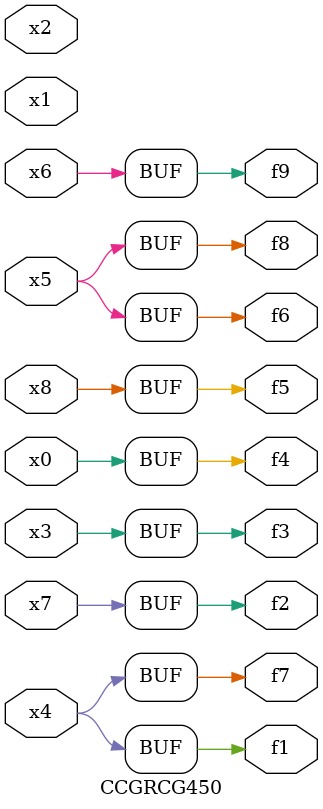
<source format=v>
module CCGRCG450(
	input x0, x1, x2, x3, x4, x5, x6, x7, x8,
	output f1, f2, f3, f4, f5, f6, f7, f8, f9
);
	assign f1 = x4;
	assign f2 = x7;
	assign f3 = x3;
	assign f4 = x0;
	assign f5 = x8;
	assign f6 = x5;
	assign f7 = x4;
	assign f8 = x5;
	assign f9 = x6;
endmodule

</source>
